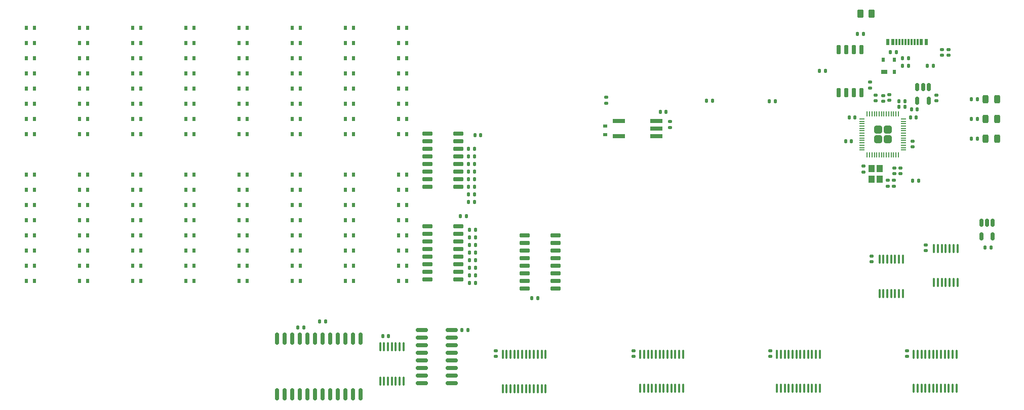
<source format=gtp>
G04 #@! TF.GenerationSoftware,KiCad,Pcbnew,7.0.8*
G04 #@! TF.CreationDate,2023-10-07T11:33:10+02:00*
G04 #@! TF.ProjectId,OpenDeck-r3.1.2,4f70656e-4465-4636-9b2d-72332e312e32,rev?*
G04 #@! TF.SameCoordinates,Original*
G04 #@! TF.FileFunction,Paste,Top*
G04 #@! TF.FilePolarity,Positive*
%FSLAX46Y46*%
G04 Gerber Fmt 4.6, Leading zero omitted, Abs format (unit mm)*
G04 Created by KiCad (PCBNEW 7.0.8) date 2023-10-07 11:33:10*
%MOMM*%
%LPD*%
G01*
G04 APERTURE LIST*
G04 Aperture macros list*
%AMRoundRect*
0 Rectangle with rounded corners*
0 $1 Rounding radius*
0 $2 $3 $4 $5 $6 $7 $8 $9 X,Y pos of 4 corners*
0 Add a 4 corners polygon primitive as box body*
4,1,4,$2,$3,$4,$5,$6,$7,$8,$9,$2,$3,0*
0 Add four circle primitives for the rounded corners*
1,1,$1+$1,$2,$3*
1,1,$1+$1,$4,$5*
1,1,$1+$1,$6,$7*
1,1,$1+$1,$8,$9*
0 Add four rect primitives between the rounded corners*
20,1,$1+$1,$2,$3,$4,$5,0*
20,1,$1+$1,$4,$5,$6,$7,0*
20,1,$1+$1,$6,$7,$8,$9,0*
20,1,$1+$1,$8,$9,$2,$3,0*%
G04 Aperture macros list end*
%ADD10R,0.600000X0.700000*%
%ADD11RoundRect,0.140000X0.170000X-0.140000X0.170000X0.140000X-0.170000X0.140000X-0.170000X-0.140000X0*%
%ADD12RoundRect,0.243750X0.243750X0.456250X-0.243750X0.456250X-0.243750X-0.456250X0.243750X-0.456250X0*%
%ADD13RoundRect,0.135000X-0.135000X-0.185000X0.135000X-0.185000X0.135000X0.185000X-0.135000X0.185000X0*%
%ADD14RoundRect,0.140000X0.140000X0.170000X-0.140000X0.170000X-0.140000X-0.170000X0.140000X-0.170000X0*%
%ADD15RoundRect,0.135000X-0.185000X0.135000X-0.185000X-0.135000X0.185000X-0.135000X0.185000X0.135000X0*%
%ADD16RoundRect,0.140000X-0.140000X-0.170000X0.140000X-0.170000X0.140000X0.170000X-0.140000X0.170000X0*%
%ADD17RoundRect,0.140000X-0.170000X0.140000X-0.170000X-0.140000X0.170000X-0.140000X0.170000X0.140000X0*%
%ADD18RoundRect,0.150000X-0.150000X0.650000X-0.150000X-0.650000X0.150000X-0.650000X0.150000X0.650000X0*%
%ADD19RoundRect,0.150000X-0.725000X-0.150000X0.725000X-0.150000X0.725000X0.150000X-0.725000X0.150000X0*%
%ADD20R,1.000000X1.150000*%
%ADD21RoundRect,0.150000X-0.150000X0.512500X-0.150000X-0.512500X0.150000X-0.512500X0.150000X0.512500X0*%
%ADD22RoundRect,0.100000X0.100000X-0.637500X0.100000X0.637500X-0.100000X0.637500X-0.100000X-0.637500X0*%
%ADD23R,0.700000X0.600000*%
%ADD24RoundRect,0.135000X0.185000X-0.135000X0.185000X0.135000X-0.185000X0.135000X-0.185000X-0.135000X0*%
%ADD25RoundRect,0.150000X-0.825000X-0.150000X0.825000X-0.150000X0.825000X0.150000X-0.825000X0.150000X0*%
%ADD26RoundRect,0.150000X0.150000X-0.875000X0.150000X0.875000X-0.150000X0.875000X-0.150000X-0.875000X0*%
%ADD27RoundRect,0.135000X0.135000X0.185000X-0.135000X0.185000X-0.135000X-0.185000X0.135000X-0.185000X0*%
%ADD28RoundRect,0.249999X-0.395001X-0.395001X0.395001X-0.395001X0.395001X0.395001X-0.395001X0.395001X0*%
%ADD29RoundRect,0.050000X-0.387500X-0.050000X0.387500X-0.050000X0.387500X0.050000X-0.387500X0.050000X0*%
%ADD30RoundRect,0.050000X-0.050000X-0.387500X0.050000X-0.387500X0.050000X0.387500X-0.050000X0.387500X0*%
%ADD31R,1.000000X0.700000*%
%ADD32RoundRect,0.150000X0.725000X0.150000X-0.725000X0.150000X-0.725000X-0.150000X0.725000X-0.150000X0*%
%ADD33R,0.600000X1.140000*%
%ADD34R,0.300000X1.140000*%
%ADD35RoundRect,0.250000X-0.262500X-0.450000X0.262500X-0.450000X0.262500X0.450000X-0.262500X0.450000X0*%
%ADD36R,2.000000X0.640000*%
G04 APERTURE END LIST*
D10*
X141540000Y-36322000D03*
X142940000Y-36322000D03*
X132650000Y-36322000D03*
X134050000Y-36322000D03*
X123760000Y-46482000D03*
X125160000Y-46482000D03*
X114870000Y-46482000D03*
X116270000Y-46482000D03*
D11*
X241401600Y-43329800D03*
X241401600Y-42369800D03*
D10*
X132650000Y-65913000D03*
X134050000Y-65913000D03*
D12*
X259382500Y-43180000D03*
X257507500Y-43180000D03*
D13*
X171194000Y-68834000D03*
X172214000Y-68834000D03*
D10*
X141540000Y-31242000D03*
X142940000Y-31242000D03*
X105980000Y-46482000D03*
X107380000Y-46482000D03*
X159320000Y-33782000D03*
X160720000Y-33782000D03*
D13*
X171194000Y-67564000D03*
X172214000Y-67564000D03*
X171067000Y-59065640D03*
X172087000Y-59065640D03*
D11*
X243225000Y-55630000D03*
X243225000Y-54670000D03*
D10*
X159320000Y-38862000D03*
X160720000Y-38862000D03*
D14*
X235633200Y-46228000D03*
X234673200Y-46228000D03*
D10*
X123760000Y-36322000D03*
X125160000Y-36322000D03*
D13*
X171067000Y-57795640D03*
X172087000Y-57795640D03*
D10*
X97090000Y-73533000D03*
X98490000Y-73533000D03*
D15*
X204700000Y-46890000D03*
X204700000Y-47910000D03*
D10*
X105980000Y-31242000D03*
X107380000Y-31242000D03*
X105980000Y-70993000D03*
X107380000Y-70993000D03*
X97090000Y-70993000D03*
X98490000Y-70993000D03*
X159320000Y-65913000D03*
X160720000Y-65913000D03*
X105980000Y-43942000D03*
X107380000Y-43942000D03*
X105980000Y-36322000D03*
X107380000Y-36322000D03*
D11*
X250190000Y-35836800D03*
X250190000Y-34876800D03*
D10*
X132650000Y-41402000D03*
X134050000Y-41402000D03*
D13*
X171067000Y-53985640D03*
X172087000Y-53985640D03*
D10*
X123760000Y-33782000D03*
X125160000Y-33782000D03*
D11*
X238201200Y-41272400D03*
X238201200Y-40312400D03*
D16*
X243029800Y-44475400D03*
X243989800Y-44475400D03*
D10*
X150430000Y-68453000D03*
X151830000Y-68453000D03*
D14*
X173073000Y-49159640D03*
X172113000Y-49159640D03*
D17*
X249250000Y-42495000D03*
X249250000Y-43455000D03*
D13*
X247775000Y-37592000D03*
X248795000Y-37592000D03*
D10*
X132650000Y-58293000D03*
X134050000Y-58293000D03*
D13*
X171067000Y-55255640D03*
X172087000Y-55255640D03*
D10*
X132650000Y-55753000D03*
X134050000Y-55753000D03*
D13*
X171067000Y-52715640D03*
X172087000Y-52715640D03*
D10*
X150430000Y-36322000D03*
X151830000Y-36322000D03*
X97090000Y-49022000D03*
X98490000Y-49022000D03*
X97090000Y-31242000D03*
X98490000Y-31242000D03*
D14*
X235074400Y-50190400D03*
X234114400Y-50190400D03*
D10*
X114870000Y-70993000D03*
X116270000Y-70993000D03*
D13*
X171194000Y-70104000D03*
X172214000Y-70104000D03*
D18*
X236728000Y-34881000D03*
X235458000Y-34881000D03*
X234188000Y-34881000D03*
X232918000Y-34881000D03*
X232918000Y-42081000D03*
X234188000Y-42081000D03*
X235458000Y-42081000D03*
X236728000Y-42081000D03*
D14*
X243989800Y-43484800D03*
X243029800Y-43484800D03*
D10*
X97090000Y-41402000D03*
X98490000Y-41402000D03*
X159320000Y-63373000D03*
X160720000Y-63373000D03*
D12*
X259382500Y-49784000D03*
X257507500Y-49784000D03*
D10*
X105980000Y-73533000D03*
X107380000Y-73533000D03*
X114870000Y-73533000D03*
X116270000Y-73533000D03*
X123760000Y-60833000D03*
X125160000Y-60833000D03*
X159320000Y-60833000D03*
X160720000Y-60833000D03*
D19*
X164176000Y-64389000D03*
X164176000Y-65659000D03*
X164176000Y-66929000D03*
X164176000Y-68199000D03*
X164176000Y-69469000D03*
X164176000Y-70739000D03*
X164176000Y-72009000D03*
X164176000Y-73279000D03*
X169326000Y-73279000D03*
X169326000Y-72009000D03*
X169326000Y-70739000D03*
X169326000Y-69469000D03*
X169326000Y-68199000D03*
X169326000Y-66929000D03*
X169326000Y-65659000D03*
X169326000Y-64389000D03*
D13*
X171067000Y-51445640D03*
X172087000Y-51445640D03*
D20*
X238415600Y-54775000D03*
X238415600Y-56525000D03*
X239815600Y-56525000D03*
X239815600Y-54775000D03*
D10*
X150430000Y-41402000D03*
X151830000Y-41402000D03*
X123760000Y-55753000D03*
X125160000Y-55753000D03*
D21*
X258699000Y-63825250D03*
X257749000Y-63825250D03*
X256799000Y-63825250D03*
X256799000Y-66100250D03*
X258699000Y-66100250D03*
D17*
X245313200Y-50167600D03*
X245313200Y-51127600D03*
D14*
X182598000Y-76454000D03*
X181638000Y-76454000D03*
D11*
X238404400Y-70380800D03*
X238404400Y-69420800D03*
D22*
X248875000Y-73855500D03*
X249525000Y-73855500D03*
X250175000Y-73855500D03*
X250825000Y-73855500D03*
X251475000Y-73855500D03*
X252125000Y-73855500D03*
X252775000Y-73855500D03*
X252775000Y-68130500D03*
X252125000Y-68130500D03*
X251475000Y-68130500D03*
X250825000Y-68130500D03*
X250175000Y-68130500D03*
X249525000Y-68130500D03*
X248875000Y-68130500D03*
D10*
X105980000Y-33782000D03*
X107380000Y-33782000D03*
D14*
X157676000Y-82765916D03*
X156716000Y-82765916D03*
D10*
X123760000Y-41402000D03*
X125160000Y-41402000D03*
D13*
X171194000Y-66294000D03*
X172214000Y-66294000D03*
D10*
X132650000Y-73533000D03*
X134050000Y-73533000D03*
D22*
X239756400Y-75658900D03*
X240406400Y-75658900D03*
X241056400Y-75658900D03*
X241706400Y-75658900D03*
X242356400Y-75658900D03*
X243006400Y-75658900D03*
X243656400Y-75658900D03*
X243656400Y-69933900D03*
X243006400Y-69933900D03*
X242356400Y-69933900D03*
X241706400Y-69933900D03*
X241056400Y-69933900D03*
X240406400Y-69933900D03*
X239756400Y-69933900D03*
D13*
X171194000Y-73914000D03*
X172214000Y-73914000D03*
D12*
X259382500Y-46482000D03*
X257507500Y-46482000D03*
D10*
X114870000Y-65913000D03*
X116270000Y-65913000D03*
X159320000Y-41402000D03*
X160720000Y-41402000D03*
D23*
X193929000Y-47687000D03*
X193929000Y-49087000D03*
D13*
X171194000Y-71374000D03*
X172214000Y-71374000D03*
D22*
X156262000Y-90327416D03*
X156912000Y-90327416D03*
X157562000Y-90327416D03*
X158212000Y-90327416D03*
X158862000Y-90327416D03*
X159512000Y-90327416D03*
X160162000Y-90327416D03*
X160162000Y-84602416D03*
X159512000Y-84602416D03*
X158862000Y-84602416D03*
X158212000Y-84602416D03*
X157562000Y-84602416D03*
X156912000Y-84602416D03*
X156262000Y-84602416D03*
D10*
X97090000Y-63373000D03*
X98490000Y-63373000D03*
D24*
X242150000Y-57710800D03*
X242150000Y-56690800D03*
D10*
X150430000Y-60833000D03*
X151830000Y-60833000D03*
X105980000Y-38862000D03*
X107380000Y-38862000D03*
X150430000Y-58293000D03*
X151830000Y-58293000D03*
X159320000Y-58293000D03*
X160720000Y-58293000D03*
X114870000Y-33782000D03*
X116270000Y-33782000D03*
X159320000Y-36322000D03*
X160720000Y-36322000D03*
X123760000Y-43942000D03*
X125160000Y-43942000D03*
D25*
X163250000Y-81805000D03*
X163250000Y-83075000D03*
X163250000Y-84345000D03*
X163250000Y-85615000D03*
X163250000Y-86885000D03*
X163250000Y-88155000D03*
X163250000Y-89425000D03*
X163250000Y-90695000D03*
X168200000Y-90695000D03*
X168200000Y-89425000D03*
X168200000Y-88155000D03*
X168200000Y-86885000D03*
X168200000Y-85615000D03*
X168200000Y-84345000D03*
X168200000Y-83075000D03*
X168200000Y-81805000D03*
D10*
X105980000Y-63373000D03*
X107380000Y-63373000D03*
X132650000Y-43942000D03*
X134050000Y-43942000D03*
X159320000Y-55753000D03*
X160720000Y-55753000D03*
D22*
X245472000Y-91542500D03*
X246122000Y-91542500D03*
X246772000Y-91542500D03*
X247422000Y-91542500D03*
X248072000Y-91542500D03*
X248722000Y-91542500D03*
X249372000Y-91542500D03*
X250022000Y-91542500D03*
X250672000Y-91542500D03*
X251322000Y-91542500D03*
X251972000Y-91542500D03*
X252622000Y-91542500D03*
X252622000Y-85817500D03*
X251972000Y-85817500D03*
X251322000Y-85817500D03*
X250672000Y-85817500D03*
X250022000Y-85817500D03*
X249372000Y-85817500D03*
X248722000Y-85817500D03*
X248072000Y-85817500D03*
X247422000Y-85817500D03*
X246772000Y-85817500D03*
X246122000Y-85817500D03*
X245472000Y-85817500D03*
D26*
X139035000Y-92495916D03*
X140305000Y-92495916D03*
X141575000Y-92495916D03*
X142845000Y-92495916D03*
X144115000Y-92495916D03*
X145385000Y-92495916D03*
X146655000Y-92495916D03*
X147925000Y-92495916D03*
X149195000Y-92495916D03*
X150465000Y-92495916D03*
X151735000Y-92495916D03*
X153005000Y-92495916D03*
X153005000Y-83195916D03*
X151735000Y-83195916D03*
X150465000Y-83195916D03*
X149195000Y-83195916D03*
X147925000Y-83195916D03*
X146655000Y-83195916D03*
X145385000Y-83195916D03*
X144115000Y-83195916D03*
X142845000Y-83195916D03*
X141575000Y-83195916D03*
X140305000Y-83195916D03*
X139035000Y-83195916D03*
D10*
X141540000Y-38862000D03*
X142940000Y-38862000D03*
X114870000Y-68453000D03*
X116270000Y-68453000D03*
D13*
X221352000Y-43520000D03*
X222372000Y-43520000D03*
D27*
X246260000Y-56775000D03*
X245240000Y-56775000D03*
D11*
X244348000Y-86205000D03*
X244348000Y-85245000D03*
D10*
X114870000Y-31242000D03*
X116270000Y-31242000D03*
X150430000Y-31242000D03*
X151830000Y-31242000D03*
X114870000Y-55753000D03*
X116270000Y-55753000D03*
X105980000Y-55753000D03*
X107380000Y-55753000D03*
D11*
X247446800Y-68501200D03*
X247446800Y-67541200D03*
D10*
X132650000Y-70993000D03*
X134050000Y-70993000D03*
D22*
X199757000Y-91542500D03*
X200407000Y-91542500D03*
X201057000Y-91542500D03*
X201707000Y-91542500D03*
X202357000Y-91542500D03*
X203007000Y-91542500D03*
X203657000Y-91542500D03*
X204307000Y-91542500D03*
X204957000Y-91542500D03*
X205607000Y-91542500D03*
X206257000Y-91542500D03*
X206907000Y-91542500D03*
X206907000Y-85817500D03*
X206257000Y-85817500D03*
X205607000Y-85817500D03*
X204957000Y-85817500D03*
X204307000Y-85817500D03*
X203657000Y-85817500D03*
X203007000Y-85817500D03*
X202357000Y-85817500D03*
X201707000Y-85817500D03*
X201057000Y-85817500D03*
X200407000Y-85817500D03*
X199757000Y-85817500D03*
D10*
X150430000Y-38862000D03*
X151830000Y-38862000D03*
X114870000Y-38862000D03*
X116270000Y-38862000D03*
D28*
X239492500Y-48257000D03*
X239492500Y-49857000D03*
X241092500Y-48257000D03*
X241092500Y-49857000D03*
D29*
X236855000Y-46457000D03*
X236855000Y-46857000D03*
X236855000Y-47257000D03*
X236855000Y-47657000D03*
X236855000Y-48057000D03*
X236855000Y-48457000D03*
X236855000Y-48857000D03*
X236855000Y-49257000D03*
X236855000Y-49657000D03*
X236855000Y-50057000D03*
X236855000Y-50457000D03*
X236855000Y-50857000D03*
X236855000Y-51257000D03*
X236855000Y-51657000D03*
D30*
X237692500Y-52494500D03*
X238092500Y-52494500D03*
X238492500Y-52494500D03*
X238892500Y-52494500D03*
X239292500Y-52494500D03*
X239692500Y-52494500D03*
X240092500Y-52494500D03*
X240492500Y-52494500D03*
X240892500Y-52494500D03*
X241292500Y-52494500D03*
X241692500Y-52494500D03*
X242092500Y-52494500D03*
X242492500Y-52494500D03*
X242892500Y-52494500D03*
D29*
X243730000Y-51657000D03*
X243730000Y-51257000D03*
X243730000Y-50857000D03*
X243730000Y-50457000D03*
X243730000Y-50057000D03*
X243730000Y-49657000D03*
X243730000Y-49257000D03*
X243730000Y-48857000D03*
X243730000Y-48457000D03*
X243730000Y-48057000D03*
X243730000Y-47657000D03*
X243730000Y-47257000D03*
X243730000Y-46857000D03*
X243730000Y-46457000D03*
D30*
X242892500Y-45619500D03*
X242492500Y-45619500D03*
X242092500Y-45619500D03*
X241692500Y-45619500D03*
X241292500Y-45619500D03*
X240892500Y-45619500D03*
X240492500Y-45619500D03*
X240092500Y-45619500D03*
X239692500Y-45619500D03*
X239292500Y-45619500D03*
X238892500Y-45619500D03*
X238492500Y-45619500D03*
X238092500Y-45619500D03*
X237692500Y-45619500D03*
D10*
X141540000Y-49022000D03*
X142940000Y-49022000D03*
D17*
X241150000Y-56746200D03*
X241150000Y-57706200D03*
D10*
X141540000Y-41402000D03*
X142940000Y-41402000D03*
D31*
X240550000Y-38592000D03*
D10*
X242250000Y-38592000D03*
X242250000Y-36592000D03*
X240350000Y-36592000D03*
X132650000Y-60833000D03*
X134050000Y-60833000D03*
X150430000Y-73533000D03*
X151830000Y-73533000D03*
X123760000Y-31242000D03*
X125160000Y-31242000D03*
D22*
X222617000Y-91542500D03*
X223267000Y-91542500D03*
X223917000Y-91542500D03*
X224567000Y-91542500D03*
X225217000Y-91542500D03*
X225867000Y-91542500D03*
X226517000Y-91542500D03*
X227167000Y-91542500D03*
X227817000Y-91542500D03*
X228467000Y-91542500D03*
X229117000Y-91542500D03*
X229767000Y-91542500D03*
X229767000Y-85817500D03*
X229117000Y-85817500D03*
X228467000Y-85817500D03*
X227817000Y-85817500D03*
X227167000Y-85817500D03*
X226517000Y-85817500D03*
X225867000Y-85817500D03*
X225217000Y-85817500D03*
X224567000Y-85817500D03*
X223917000Y-85817500D03*
X223267000Y-85817500D03*
X222617000Y-85817500D03*
D21*
X247975000Y-41178900D03*
X247025000Y-41178900D03*
X246075000Y-41178900D03*
X246075000Y-43453900D03*
X247975000Y-43453900D03*
D10*
X159320000Y-46482000D03*
X160720000Y-46482000D03*
X141540000Y-70993000D03*
X142940000Y-70993000D03*
X114870000Y-49022000D03*
X116270000Y-49022000D03*
X97090000Y-46482000D03*
X98490000Y-46482000D03*
D14*
X204080000Y-45300000D03*
X203120000Y-45300000D03*
D11*
X240411000Y-43533000D03*
X240411000Y-42573000D03*
D17*
X242225000Y-54670000D03*
X242225000Y-55630000D03*
D19*
X164176000Y-48905640D03*
X164176000Y-50175640D03*
X164176000Y-51445640D03*
X164176000Y-52715640D03*
X164176000Y-53985640D03*
X164176000Y-55255640D03*
X164176000Y-56525640D03*
X164176000Y-57795640D03*
X169326000Y-57795640D03*
X169326000Y-56525640D03*
X169326000Y-55255640D03*
X169326000Y-53985640D03*
X169326000Y-52715640D03*
X169326000Y-51445640D03*
X169326000Y-50175640D03*
X169326000Y-48905640D03*
D10*
X132650000Y-68453000D03*
X134050000Y-68453000D03*
X97090000Y-60833000D03*
X98490000Y-60833000D03*
X132650000Y-38862000D03*
X134050000Y-38862000D03*
D16*
X244934800Y-46228000D03*
X245894800Y-46228000D03*
D10*
X141540000Y-33782000D03*
X142940000Y-33782000D03*
X123760000Y-49022000D03*
X125160000Y-49022000D03*
X141540000Y-46482000D03*
X142940000Y-46482000D03*
D13*
X243584000Y-36322000D03*
X244604000Y-36322000D03*
D22*
X176765000Y-91557500D03*
X177415000Y-91557500D03*
X178065000Y-91557500D03*
X178715000Y-91557500D03*
X179365000Y-91557500D03*
X180015000Y-91557500D03*
X180665000Y-91557500D03*
X181315000Y-91557500D03*
X181965000Y-91557500D03*
X182615000Y-91557500D03*
X183265000Y-91557500D03*
X183915000Y-91557500D03*
X183915000Y-85832500D03*
X183265000Y-85832500D03*
X182615000Y-85832500D03*
X181965000Y-85832500D03*
X181315000Y-85832500D03*
X180665000Y-85832500D03*
X180015000Y-85832500D03*
X179365000Y-85832500D03*
X178715000Y-85832500D03*
X178065000Y-85832500D03*
X177415000Y-85832500D03*
X176765000Y-85832500D03*
D16*
X245112600Y-44881800D03*
X246072600Y-44881800D03*
D10*
X150430000Y-49022000D03*
X151830000Y-49022000D03*
D13*
X142464000Y-81353916D03*
X143484000Y-81353916D03*
D10*
X141540000Y-68453000D03*
X142940000Y-68453000D03*
D13*
X255141000Y-49784000D03*
X256161000Y-49784000D03*
D10*
X123760000Y-70993000D03*
X125160000Y-70993000D03*
X97090000Y-33782000D03*
X98490000Y-33782000D03*
X132650000Y-33782000D03*
X134050000Y-33782000D03*
X150430000Y-33782000D03*
X151830000Y-33782000D03*
D14*
X170930000Y-81800000D03*
X169970000Y-81800000D03*
D13*
X255141000Y-46482000D03*
X256161000Y-46482000D03*
D10*
X150430000Y-65913000D03*
X151830000Y-65913000D03*
X105980000Y-60833000D03*
X107380000Y-60833000D03*
X114870000Y-60833000D03*
X116270000Y-60833000D03*
X97090000Y-38862000D03*
X98490000Y-38862000D03*
D13*
X255141000Y-43180000D03*
X256161000Y-43180000D03*
D32*
X185582000Y-74803000D03*
X185582000Y-73533000D03*
X185582000Y-72263000D03*
X185582000Y-70993000D03*
X185582000Y-69723000D03*
X185582000Y-68453000D03*
X185582000Y-67183000D03*
X185582000Y-65913000D03*
X180432000Y-65913000D03*
X180432000Y-67183000D03*
X180432000Y-68453000D03*
X180432000Y-69723000D03*
X180432000Y-70993000D03*
X180432000Y-72263000D03*
X180432000Y-73533000D03*
X180432000Y-74803000D03*
D10*
X132650000Y-31242000D03*
X134050000Y-31242000D03*
X150430000Y-46482000D03*
X151830000Y-46482000D03*
D27*
X242597400Y-35306000D03*
X241577400Y-35306000D03*
D10*
X141540000Y-63373000D03*
X142940000Y-63373000D03*
D17*
X237100000Y-54370000D03*
X237100000Y-55330000D03*
D10*
X159320000Y-70993000D03*
X160720000Y-70993000D03*
X150430000Y-63373000D03*
X151830000Y-63373000D03*
X141540000Y-43942000D03*
X142940000Y-43942000D03*
D13*
X171194000Y-72644000D03*
X172214000Y-72644000D03*
D10*
X141540000Y-65913000D03*
X142940000Y-65913000D03*
X132650000Y-49022000D03*
X134050000Y-49022000D03*
X123760000Y-73533000D03*
X125160000Y-73533000D03*
X123760000Y-38862000D03*
X125160000Y-38862000D03*
X150430000Y-43942000D03*
X151830000Y-43942000D03*
X97090000Y-58293000D03*
X98490000Y-58293000D03*
X105980000Y-58293000D03*
X107380000Y-58293000D03*
X97090000Y-43942000D03*
X98490000Y-43942000D03*
X150430000Y-55753000D03*
X151830000Y-55753000D03*
D13*
X171067000Y-56525640D03*
X172087000Y-56525640D03*
D10*
X159320000Y-43942000D03*
X160720000Y-43942000D03*
X150430000Y-70993000D03*
X151830000Y-70993000D03*
X114870000Y-41402000D03*
X116270000Y-41402000D03*
D13*
X229715000Y-38400000D03*
X230735000Y-38400000D03*
D15*
X194056000Y-42810000D03*
X194056000Y-43830000D03*
D13*
X171067000Y-60335640D03*
X172087000Y-60335640D03*
D10*
X123760000Y-63373000D03*
X125160000Y-63373000D03*
X141540000Y-73533000D03*
X142940000Y-73533000D03*
D11*
X221488000Y-86205000D03*
X221488000Y-85245000D03*
D10*
X105980000Y-49022000D03*
X107380000Y-49022000D03*
D13*
X243584000Y-37592000D03*
X244604000Y-37592000D03*
D11*
X251307600Y-35836800D03*
X251307600Y-34876800D03*
D10*
X123760000Y-65913000D03*
X125160000Y-65913000D03*
X132650000Y-46482000D03*
X134050000Y-46482000D03*
X123760000Y-58293000D03*
X125160000Y-58293000D03*
D11*
X198628000Y-86205000D03*
X198628000Y-85245000D03*
D17*
X239100000Y-42495000D03*
X239100000Y-43455000D03*
D10*
X105980000Y-41402000D03*
X107380000Y-41402000D03*
X141540000Y-55753000D03*
X142940000Y-55753000D03*
D14*
X170660000Y-62738000D03*
X169700000Y-62738000D03*
D10*
X97090000Y-65913000D03*
X98490000Y-65913000D03*
X114870000Y-58293000D03*
X116270000Y-58293000D03*
X132650000Y-63373000D03*
X134050000Y-63373000D03*
D33*
X247548000Y-33604400D03*
X246748000Y-33604400D03*
D34*
X245598000Y-33604400D03*
X244598000Y-33604400D03*
X244098000Y-33604400D03*
X243098000Y-33604400D03*
D33*
X241148000Y-33604400D03*
X241948000Y-33604400D03*
D34*
X242598000Y-33604400D03*
X243598000Y-33604400D03*
X245098000Y-33604400D03*
X246098000Y-33604400D03*
D10*
X114870000Y-43942000D03*
X116270000Y-43942000D03*
D35*
X236562500Y-28875000D03*
X238387500Y-28875000D03*
D11*
X175641000Y-86205000D03*
X175641000Y-85245000D03*
D14*
X147135000Y-80337916D03*
X146175000Y-80337916D03*
D10*
X159320000Y-73533000D03*
X160720000Y-73533000D03*
X114870000Y-63373000D03*
X116270000Y-63373000D03*
D27*
X211838000Y-43434000D03*
X210818000Y-43434000D03*
D10*
X105980000Y-68453000D03*
X107380000Y-68453000D03*
X97090000Y-36322000D03*
X98490000Y-36322000D03*
X114870000Y-36322000D03*
X116270000Y-36322000D03*
X97090000Y-55753000D03*
X98490000Y-55753000D03*
D27*
X237110000Y-32275000D03*
X236090000Y-32275000D03*
D10*
X105980000Y-65913000D03*
X107380000Y-65913000D03*
X141540000Y-60833000D03*
X142940000Y-60833000D03*
X141540000Y-58293000D03*
X142940000Y-58293000D03*
X97090000Y-68453000D03*
X98490000Y-68453000D03*
D16*
X257409000Y-68016250D03*
X258369000Y-68016250D03*
D13*
X171194000Y-65024000D03*
X172214000Y-65024000D03*
D10*
X159320000Y-49022000D03*
X160720000Y-49022000D03*
X159320000Y-31242000D03*
X160720000Y-31242000D03*
D36*
X196150000Y-46830000D03*
X196150000Y-49370000D03*
X202450000Y-49370000D03*
X202450000Y-48100000D03*
X202450000Y-46830000D03*
D10*
X123760000Y-68453000D03*
X125160000Y-68453000D03*
X159320000Y-68453000D03*
X160720000Y-68453000D03*
M02*

</source>
